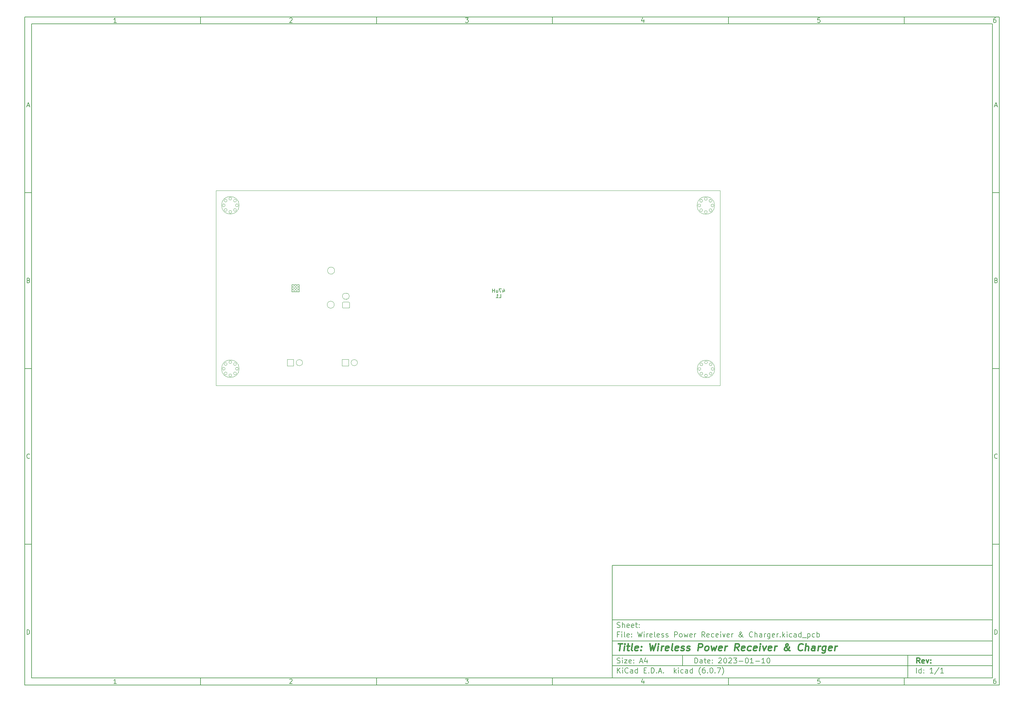
<source format=gbr>
%TF.GenerationSoftware,KiCad,Pcbnew,(6.0.7)*%
%TF.CreationDate,2023-01-12T19:29:26+03:00*%
%TF.ProjectId,Wireless Power Receiver & Charger,57697265-6c65-4737-9320-506f77657220,rev?*%
%TF.SameCoordinates,Original*%
%TF.FileFunction,AssemblyDrawing,Bot*%
%FSLAX46Y46*%
G04 Gerber Fmt 4.6, Leading zero omitted, Abs format (unit mm)*
G04 Created by KiCad (PCBNEW (6.0.7)) date 2023-01-12 19:29:26*
%MOMM*%
%LPD*%
G01*
G04 APERTURE LIST*
%ADD10C,0.100000*%
%ADD11C,0.150000*%
%ADD12C,0.300000*%
%ADD13C,0.400000*%
%TA.AperFunction,Profile*%
%ADD14C,0.100000*%
%TD*%
%ADD15C,0.100000*%
%TD*%
G04 APERTURE END LIST*
D10*
D11*
X177002200Y-166007200D02*
X177002200Y-198007200D01*
X285002200Y-198007200D01*
X285002200Y-166007200D01*
X177002200Y-166007200D01*
D10*
D11*
X10000000Y-10000000D02*
X10000000Y-200007200D01*
X287002200Y-200007200D01*
X287002200Y-10000000D01*
X10000000Y-10000000D01*
D10*
D11*
X12000000Y-12000000D02*
X12000000Y-198007200D01*
X285002200Y-198007200D01*
X285002200Y-12000000D01*
X12000000Y-12000000D01*
D10*
D11*
X60000000Y-12000000D02*
X60000000Y-10000000D01*
D10*
D11*
X110000000Y-12000000D02*
X110000000Y-10000000D01*
D10*
D11*
X160000000Y-12000000D02*
X160000000Y-10000000D01*
D10*
D11*
X210000000Y-12000000D02*
X210000000Y-10000000D01*
D10*
D11*
X260000000Y-12000000D02*
X260000000Y-10000000D01*
D10*
D11*
X36065476Y-11588095D02*
X35322619Y-11588095D01*
X35694047Y-11588095D02*
X35694047Y-10288095D01*
X35570238Y-10473809D01*
X35446428Y-10597619D01*
X35322619Y-10659523D01*
D10*
D11*
X85322619Y-10411904D02*
X85384523Y-10350000D01*
X85508333Y-10288095D01*
X85817857Y-10288095D01*
X85941666Y-10350000D01*
X86003571Y-10411904D01*
X86065476Y-10535714D01*
X86065476Y-10659523D01*
X86003571Y-10845238D01*
X85260714Y-11588095D01*
X86065476Y-11588095D01*
D10*
D11*
X135260714Y-10288095D02*
X136065476Y-10288095D01*
X135632142Y-10783333D01*
X135817857Y-10783333D01*
X135941666Y-10845238D01*
X136003571Y-10907142D01*
X136065476Y-11030952D01*
X136065476Y-11340476D01*
X136003571Y-11464285D01*
X135941666Y-11526190D01*
X135817857Y-11588095D01*
X135446428Y-11588095D01*
X135322619Y-11526190D01*
X135260714Y-11464285D01*
D10*
D11*
X185941666Y-10721428D02*
X185941666Y-11588095D01*
X185632142Y-10226190D02*
X185322619Y-11154761D01*
X186127380Y-11154761D01*
D10*
D11*
X236003571Y-10288095D02*
X235384523Y-10288095D01*
X235322619Y-10907142D01*
X235384523Y-10845238D01*
X235508333Y-10783333D01*
X235817857Y-10783333D01*
X235941666Y-10845238D01*
X236003571Y-10907142D01*
X236065476Y-11030952D01*
X236065476Y-11340476D01*
X236003571Y-11464285D01*
X235941666Y-11526190D01*
X235817857Y-11588095D01*
X235508333Y-11588095D01*
X235384523Y-11526190D01*
X235322619Y-11464285D01*
D10*
D11*
X285941666Y-10288095D02*
X285694047Y-10288095D01*
X285570238Y-10350000D01*
X285508333Y-10411904D01*
X285384523Y-10597619D01*
X285322619Y-10845238D01*
X285322619Y-11340476D01*
X285384523Y-11464285D01*
X285446428Y-11526190D01*
X285570238Y-11588095D01*
X285817857Y-11588095D01*
X285941666Y-11526190D01*
X286003571Y-11464285D01*
X286065476Y-11340476D01*
X286065476Y-11030952D01*
X286003571Y-10907142D01*
X285941666Y-10845238D01*
X285817857Y-10783333D01*
X285570238Y-10783333D01*
X285446428Y-10845238D01*
X285384523Y-10907142D01*
X285322619Y-11030952D01*
D10*
D11*
X60000000Y-198007200D02*
X60000000Y-200007200D01*
D10*
D11*
X110000000Y-198007200D02*
X110000000Y-200007200D01*
D10*
D11*
X160000000Y-198007200D02*
X160000000Y-200007200D01*
D10*
D11*
X210000000Y-198007200D02*
X210000000Y-200007200D01*
D10*
D11*
X260000000Y-198007200D02*
X260000000Y-200007200D01*
D10*
D11*
X36065476Y-199595295D02*
X35322619Y-199595295D01*
X35694047Y-199595295D02*
X35694047Y-198295295D01*
X35570238Y-198481009D01*
X35446428Y-198604819D01*
X35322619Y-198666723D01*
D10*
D11*
X85322619Y-198419104D02*
X85384523Y-198357200D01*
X85508333Y-198295295D01*
X85817857Y-198295295D01*
X85941666Y-198357200D01*
X86003571Y-198419104D01*
X86065476Y-198542914D01*
X86065476Y-198666723D01*
X86003571Y-198852438D01*
X85260714Y-199595295D01*
X86065476Y-199595295D01*
D10*
D11*
X135260714Y-198295295D02*
X136065476Y-198295295D01*
X135632142Y-198790533D01*
X135817857Y-198790533D01*
X135941666Y-198852438D01*
X136003571Y-198914342D01*
X136065476Y-199038152D01*
X136065476Y-199347676D01*
X136003571Y-199471485D01*
X135941666Y-199533390D01*
X135817857Y-199595295D01*
X135446428Y-199595295D01*
X135322619Y-199533390D01*
X135260714Y-199471485D01*
D10*
D11*
X185941666Y-198728628D02*
X185941666Y-199595295D01*
X185632142Y-198233390D02*
X185322619Y-199161961D01*
X186127380Y-199161961D01*
D10*
D11*
X236003571Y-198295295D02*
X235384523Y-198295295D01*
X235322619Y-198914342D01*
X235384523Y-198852438D01*
X235508333Y-198790533D01*
X235817857Y-198790533D01*
X235941666Y-198852438D01*
X236003571Y-198914342D01*
X236065476Y-199038152D01*
X236065476Y-199347676D01*
X236003571Y-199471485D01*
X235941666Y-199533390D01*
X235817857Y-199595295D01*
X235508333Y-199595295D01*
X235384523Y-199533390D01*
X235322619Y-199471485D01*
D10*
D11*
X285941666Y-198295295D02*
X285694047Y-198295295D01*
X285570238Y-198357200D01*
X285508333Y-198419104D01*
X285384523Y-198604819D01*
X285322619Y-198852438D01*
X285322619Y-199347676D01*
X285384523Y-199471485D01*
X285446428Y-199533390D01*
X285570238Y-199595295D01*
X285817857Y-199595295D01*
X285941666Y-199533390D01*
X286003571Y-199471485D01*
X286065476Y-199347676D01*
X286065476Y-199038152D01*
X286003571Y-198914342D01*
X285941666Y-198852438D01*
X285817857Y-198790533D01*
X285570238Y-198790533D01*
X285446428Y-198852438D01*
X285384523Y-198914342D01*
X285322619Y-199038152D01*
D10*
D11*
X10000000Y-60000000D02*
X12000000Y-60000000D01*
D10*
D11*
X10000000Y-110000000D02*
X12000000Y-110000000D01*
D10*
D11*
X10000000Y-160000000D02*
X12000000Y-160000000D01*
D10*
D11*
X10690476Y-35216666D02*
X11309523Y-35216666D01*
X10566666Y-35588095D02*
X11000000Y-34288095D01*
X11433333Y-35588095D01*
D10*
D11*
X11092857Y-84907142D02*
X11278571Y-84969047D01*
X11340476Y-85030952D01*
X11402380Y-85154761D01*
X11402380Y-85340476D01*
X11340476Y-85464285D01*
X11278571Y-85526190D01*
X11154761Y-85588095D01*
X10659523Y-85588095D01*
X10659523Y-84288095D01*
X11092857Y-84288095D01*
X11216666Y-84350000D01*
X11278571Y-84411904D01*
X11340476Y-84535714D01*
X11340476Y-84659523D01*
X11278571Y-84783333D01*
X11216666Y-84845238D01*
X11092857Y-84907142D01*
X10659523Y-84907142D01*
D10*
D11*
X11402380Y-135464285D02*
X11340476Y-135526190D01*
X11154761Y-135588095D01*
X11030952Y-135588095D01*
X10845238Y-135526190D01*
X10721428Y-135402380D01*
X10659523Y-135278571D01*
X10597619Y-135030952D01*
X10597619Y-134845238D01*
X10659523Y-134597619D01*
X10721428Y-134473809D01*
X10845238Y-134350000D01*
X11030952Y-134288095D01*
X11154761Y-134288095D01*
X11340476Y-134350000D01*
X11402380Y-134411904D01*
D10*
D11*
X10659523Y-185588095D02*
X10659523Y-184288095D01*
X10969047Y-184288095D01*
X11154761Y-184350000D01*
X11278571Y-184473809D01*
X11340476Y-184597619D01*
X11402380Y-184845238D01*
X11402380Y-185030952D01*
X11340476Y-185278571D01*
X11278571Y-185402380D01*
X11154761Y-185526190D01*
X10969047Y-185588095D01*
X10659523Y-185588095D01*
D10*
D11*
X287002200Y-60000000D02*
X285002200Y-60000000D01*
D10*
D11*
X287002200Y-110000000D02*
X285002200Y-110000000D01*
D10*
D11*
X287002200Y-160000000D02*
X285002200Y-160000000D01*
D10*
D11*
X285692676Y-35216666D02*
X286311723Y-35216666D01*
X285568866Y-35588095D02*
X286002200Y-34288095D01*
X286435533Y-35588095D01*
D10*
D11*
X286095057Y-84907142D02*
X286280771Y-84969047D01*
X286342676Y-85030952D01*
X286404580Y-85154761D01*
X286404580Y-85340476D01*
X286342676Y-85464285D01*
X286280771Y-85526190D01*
X286156961Y-85588095D01*
X285661723Y-85588095D01*
X285661723Y-84288095D01*
X286095057Y-84288095D01*
X286218866Y-84350000D01*
X286280771Y-84411904D01*
X286342676Y-84535714D01*
X286342676Y-84659523D01*
X286280771Y-84783333D01*
X286218866Y-84845238D01*
X286095057Y-84907142D01*
X285661723Y-84907142D01*
D10*
D11*
X286404580Y-135464285D02*
X286342676Y-135526190D01*
X286156961Y-135588095D01*
X286033152Y-135588095D01*
X285847438Y-135526190D01*
X285723628Y-135402380D01*
X285661723Y-135278571D01*
X285599819Y-135030952D01*
X285599819Y-134845238D01*
X285661723Y-134597619D01*
X285723628Y-134473809D01*
X285847438Y-134350000D01*
X286033152Y-134288095D01*
X286156961Y-134288095D01*
X286342676Y-134350000D01*
X286404580Y-134411904D01*
D10*
D11*
X285661723Y-185588095D02*
X285661723Y-184288095D01*
X285971247Y-184288095D01*
X286156961Y-184350000D01*
X286280771Y-184473809D01*
X286342676Y-184597619D01*
X286404580Y-184845238D01*
X286404580Y-185030952D01*
X286342676Y-185278571D01*
X286280771Y-185402380D01*
X286156961Y-185526190D01*
X285971247Y-185588095D01*
X285661723Y-185588095D01*
D10*
D11*
X200434342Y-193785771D02*
X200434342Y-192285771D01*
X200791485Y-192285771D01*
X201005771Y-192357200D01*
X201148628Y-192500057D01*
X201220057Y-192642914D01*
X201291485Y-192928628D01*
X201291485Y-193142914D01*
X201220057Y-193428628D01*
X201148628Y-193571485D01*
X201005771Y-193714342D01*
X200791485Y-193785771D01*
X200434342Y-193785771D01*
X202577200Y-193785771D02*
X202577200Y-193000057D01*
X202505771Y-192857200D01*
X202362914Y-192785771D01*
X202077200Y-192785771D01*
X201934342Y-192857200D01*
X202577200Y-193714342D02*
X202434342Y-193785771D01*
X202077200Y-193785771D01*
X201934342Y-193714342D01*
X201862914Y-193571485D01*
X201862914Y-193428628D01*
X201934342Y-193285771D01*
X202077200Y-193214342D01*
X202434342Y-193214342D01*
X202577200Y-193142914D01*
X203077200Y-192785771D02*
X203648628Y-192785771D01*
X203291485Y-192285771D02*
X203291485Y-193571485D01*
X203362914Y-193714342D01*
X203505771Y-193785771D01*
X203648628Y-193785771D01*
X204720057Y-193714342D02*
X204577200Y-193785771D01*
X204291485Y-193785771D01*
X204148628Y-193714342D01*
X204077200Y-193571485D01*
X204077200Y-193000057D01*
X204148628Y-192857200D01*
X204291485Y-192785771D01*
X204577200Y-192785771D01*
X204720057Y-192857200D01*
X204791485Y-193000057D01*
X204791485Y-193142914D01*
X204077200Y-193285771D01*
X205434342Y-193642914D02*
X205505771Y-193714342D01*
X205434342Y-193785771D01*
X205362914Y-193714342D01*
X205434342Y-193642914D01*
X205434342Y-193785771D01*
X205434342Y-192857200D02*
X205505771Y-192928628D01*
X205434342Y-193000057D01*
X205362914Y-192928628D01*
X205434342Y-192857200D01*
X205434342Y-193000057D01*
X207220057Y-192428628D02*
X207291485Y-192357200D01*
X207434342Y-192285771D01*
X207791485Y-192285771D01*
X207934342Y-192357200D01*
X208005771Y-192428628D01*
X208077200Y-192571485D01*
X208077200Y-192714342D01*
X208005771Y-192928628D01*
X207148628Y-193785771D01*
X208077200Y-193785771D01*
X209005771Y-192285771D02*
X209148628Y-192285771D01*
X209291485Y-192357200D01*
X209362914Y-192428628D01*
X209434342Y-192571485D01*
X209505771Y-192857200D01*
X209505771Y-193214342D01*
X209434342Y-193500057D01*
X209362914Y-193642914D01*
X209291485Y-193714342D01*
X209148628Y-193785771D01*
X209005771Y-193785771D01*
X208862914Y-193714342D01*
X208791485Y-193642914D01*
X208720057Y-193500057D01*
X208648628Y-193214342D01*
X208648628Y-192857200D01*
X208720057Y-192571485D01*
X208791485Y-192428628D01*
X208862914Y-192357200D01*
X209005771Y-192285771D01*
X210077200Y-192428628D02*
X210148628Y-192357200D01*
X210291485Y-192285771D01*
X210648628Y-192285771D01*
X210791485Y-192357200D01*
X210862914Y-192428628D01*
X210934342Y-192571485D01*
X210934342Y-192714342D01*
X210862914Y-192928628D01*
X210005771Y-193785771D01*
X210934342Y-193785771D01*
X211434342Y-192285771D02*
X212362914Y-192285771D01*
X211862914Y-192857200D01*
X212077200Y-192857200D01*
X212220057Y-192928628D01*
X212291485Y-193000057D01*
X212362914Y-193142914D01*
X212362914Y-193500057D01*
X212291485Y-193642914D01*
X212220057Y-193714342D01*
X212077200Y-193785771D01*
X211648628Y-193785771D01*
X211505771Y-193714342D01*
X211434342Y-193642914D01*
X213005771Y-193214342D02*
X214148628Y-193214342D01*
X215148628Y-192285771D02*
X215291485Y-192285771D01*
X215434342Y-192357200D01*
X215505771Y-192428628D01*
X215577200Y-192571485D01*
X215648628Y-192857200D01*
X215648628Y-193214342D01*
X215577200Y-193500057D01*
X215505771Y-193642914D01*
X215434342Y-193714342D01*
X215291485Y-193785771D01*
X215148628Y-193785771D01*
X215005771Y-193714342D01*
X214934342Y-193642914D01*
X214862914Y-193500057D01*
X214791485Y-193214342D01*
X214791485Y-192857200D01*
X214862914Y-192571485D01*
X214934342Y-192428628D01*
X215005771Y-192357200D01*
X215148628Y-192285771D01*
X217077200Y-193785771D02*
X216220057Y-193785771D01*
X216648628Y-193785771D02*
X216648628Y-192285771D01*
X216505771Y-192500057D01*
X216362914Y-192642914D01*
X216220057Y-192714342D01*
X217720057Y-193214342D02*
X218862914Y-193214342D01*
X220362914Y-193785771D02*
X219505771Y-193785771D01*
X219934342Y-193785771D02*
X219934342Y-192285771D01*
X219791485Y-192500057D01*
X219648628Y-192642914D01*
X219505771Y-192714342D01*
X221291485Y-192285771D02*
X221434342Y-192285771D01*
X221577200Y-192357200D01*
X221648628Y-192428628D01*
X221720057Y-192571485D01*
X221791485Y-192857200D01*
X221791485Y-193214342D01*
X221720057Y-193500057D01*
X221648628Y-193642914D01*
X221577200Y-193714342D01*
X221434342Y-193785771D01*
X221291485Y-193785771D01*
X221148628Y-193714342D01*
X221077200Y-193642914D01*
X221005771Y-193500057D01*
X220934342Y-193214342D01*
X220934342Y-192857200D01*
X221005771Y-192571485D01*
X221077200Y-192428628D01*
X221148628Y-192357200D01*
X221291485Y-192285771D01*
D10*
D11*
X177002200Y-194507200D02*
X285002200Y-194507200D01*
D10*
D11*
X178434342Y-196585771D02*
X178434342Y-195085771D01*
X179291485Y-196585771D02*
X178648628Y-195728628D01*
X179291485Y-195085771D02*
X178434342Y-195942914D01*
X179934342Y-196585771D02*
X179934342Y-195585771D01*
X179934342Y-195085771D02*
X179862914Y-195157200D01*
X179934342Y-195228628D01*
X180005771Y-195157200D01*
X179934342Y-195085771D01*
X179934342Y-195228628D01*
X181505771Y-196442914D02*
X181434342Y-196514342D01*
X181220057Y-196585771D01*
X181077200Y-196585771D01*
X180862914Y-196514342D01*
X180720057Y-196371485D01*
X180648628Y-196228628D01*
X180577200Y-195942914D01*
X180577200Y-195728628D01*
X180648628Y-195442914D01*
X180720057Y-195300057D01*
X180862914Y-195157200D01*
X181077200Y-195085771D01*
X181220057Y-195085771D01*
X181434342Y-195157200D01*
X181505771Y-195228628D01*
X182791485Y-196585771D02*
X182791485Y-195800057D01*
X182720057Y-195657200D01*
X182577200Y-195585771D01*
X182291485Y-195585771D01*
X182148628Y-195657200D01*
X182791485Y-196514342D02*
X182648628Y-196585771D01*
X182291485Y-196585771D01*
X182148628Y-196514342D01*
X182077200Y-196371485D01*
X182077200Y-196228628D01*
X182148628Y-196085771D01*
X182291485Y-196014342D01*
X182648628Y-196014342D01*
X182791485Y-195942914D01*
X184148628Y-196585771D02*
X184148628Y-195085771D01*
X184148628Y-196514342D02*
X184005771Y-196585771D01*
X183720057Y-196585771D01*
X183577200Y-196514342D01*
X183505771Y-196442914D01*
X183434342Y-196300057D01*
X183434342Y-195871485D01*
X183505771Y-195728628D01*
X183577200Y-195657200D01*
X183720057Y-195585771D01*
X184005771Y-195585771D01*
X184148628Y-195657200D01*
X186005771Y-195800057D02*
X186505771Y-195800057D01*
X186720057Y-196585771D02*
X186005771Y-196585771D01*
X186005771Y-195085771D01*
X186720057Y-195085771D01*
X187362914Y-196442914D02*
X187434342Y-196514342D01*
X187362914Y-196585771D01*
X187291485Y-196514342D01*
X187362914Y-196442914D01*
X187362914Y-196585771D01*
X188077200Y-196585771D02*
X188077200Y-195085771D01*
X188434342Y-195085771D01*
X188648628Y-195157200D01*
X188791485Y-195300057D01*
X188862914Y-195442914D01*
X188934342Y-195728628D01*
X188934342Y-195942914D01*
X188862914Y-196228628D01*
X188791485Y-196371485D01*
X188648628Y-196514342D01*
X188434342Y-196585771D01*
X188077200Y-196585771D01*
X189577200Y-196442914D02*
X189648628Y-196514342D01*
X189577200Y-196585771D01*
X189505771Y-196514342D01*
X189577200Y-196442914D01*
X189577200Y-196585771D01*
X190220057Y-196157200D02*
X190934342Y-196157200D01*
X190077200Y-196585771D02*
X190577200Y-195085771D01*
X191077200Y-196585771D01*
X191577200Y-196442914D02*
X191648628Y-196514342D01*
X191577200Y-196585771D01*
X191505771Y-196514342D01*
X191577200Y-196442914D01*
X191577200Y-196585771D01*
X194577200Y-196585771D02*
X194577200Y-195085771D01*
X194720057Y-196014342D02*
X195148628Y-196585771D01*
X195148628Y-195585771D02*
X194577200Y-196157200D01*
X195791485Y-196585771D02*
X195791485Y-195585771D01*
X195791485Y-195085771D02*
X195720057Y-195157200D01*
X195791485Y-195228628D01*
X195862914Y-195157200D01*
X195791485Y-195085771D01*
X195791485Y-195228628D01*
X197148628Y-196514342D02*
X197005771Y-196585771D01*
X196720057Y-196585771D01*
X196577200Y-196514342D01*
X196505771Y-196442914D01*
X196434342Y-196300057D01*
X196434342Y-195871485D01*
X196505771Y-195728628D01*
X196577200Y-195657200D01*
X196720057Y-195585771D01*
X197005771Y-195585771D01*
X197148628Y-195657200D01*
X198434342Y-196585771D02*
X198434342Y-195800057D01*
X198362914Y-195657200D01*
X198220057Y-195585771D01*
X197934342Y-195585771D01*
X197791485Y-195657200D01*
X198434342Y-196514342D02*
X198291485Y-196585771D01*
X197934342Y-196585771D01*
X197791485Y-196514342D01*
X197720057Y-196371485D01*
X197720057Y-196228628D01*
X197791485Y-196085771D01*
X197934342Y-196014342D01*
X198291485Y-196014342D01*
X198434342Y-195942914D01*
X199791485Y-196585771D02*
X199791485Y-195085771D01*
X199791485Y-196514342D02*
X199648628Y-196585771D01*
X199362914Y-196585771D01*
X199220057Y-196514342D01*
X199148628Y-196442914D01*
X199077200Y-196300057D01*
X199077200Y-195871485D01*
X199148628Y-195728628D01*
X199220057Y-195657200D01*
X199362914Y-195585771D01*
X199648628Y-195585771D01*
X199791485Y-195657200D01*
X202077200Y-197157200D02*
X202005771Y-197085771D01*
X201862914Y-196871485D01*
X201791485Y-196728628D01*
X201720057Y-196514342D01*
X201648628Y-196157200D01*
X201648628Y-195871485D01*
X201720057Y-195514342D01*
X201791485Y-195300057D01*
X201862914Y-195157200D01*
X202005771Y-194942914D01*
X202077200Y-194871485D01*
X203291485Y-195085771D02*
X203005771Y-195085771D01*
X202862914Y-195157200D01*
X202791485Y-195228628D01*
X202648628Y-195442914D01*
X202577200Y-195728628D01*
X202577200Y-196300057D01*
X202648628Y-196442914D01*
X202720057Y-196514342D01*
X202862914Y-196585771D01*
X203148628Y-196585771D01*
X203291485Y-196514342D01*
X203362914Y-196442914D01*
X203434342Y-196300057D01*
X203434342Y-195942914D01*
X203362914Y-195800057D01*
X203291485Y-195728628D01*
X203148628Y-195657200D01*
X202862914Y-195657200D01*
X202720057Y-195728628D01*
X202648628Y-195800057D01*
X202577200Y-195942914D01*
X204077200Y-196442914D02*
X204148628Y-196514342D01*
X204077200Y-196585771D01*
X204005771Y-196514342D01*
X204077200Y-196442914D01*
X204077200Y-196585771D01*
X205077200Y-195085771D02*
X205220057Y-195085771D01*
X205362914Y-195157200D01*
X205434342Y-195228628D01*
X205505771Y-195371485D01*
X205577200Y-195657200D01*
X205577200Y-196014342D01*
X205505771Y-196300057D01*
X205434342Y-196442914D01*
X205362914Y-196514342D01*
X205220057Y-196585771D01*
X205077200Y-196585771D01*
X204934342Y-196514342D01*
X204862914Y-196442914D01*
X204791485Y-196300057D01*
X204720057Y-196014342D01*
X204720057Y-195657200D01*
X204791485Y-195371485D01*
X204862914Y-195228628D01*
X204934342Y-195157200D01*
X205077200Y-195085771D01*
X206220057Y-196442914D02*
X206291485Y-196514342D01*
X206220057Y-196585771D01*
X206148628Y-196514342D01*
X206220057Y-196442914D01*
X206220057Y-196585771D01*
X206791485Y-195085771D02*
X207791485Y-195085771D01*
X207148628Y-196585771D01*
X208220057Y-197157200D02*
X208291485Y-197085771D01*
X208434342Y-196871485D01*
X208505771Y-196728628D01*
X208577200Y-196514342D01*
X208648628Y-196157200D01*
X208648628Y-195871485D01*
X208577200Y-195514342D01*
X208505771Y-195300057D01*
X208434342Y-195157200D01*
X208291485Y-194942914D01*
X208220057Y-194871485D01*
D10*
D11*
X177002200Y-191507200D02*
X285002200Y-191507200D01*
D10*
D12*
X264411485Y-193785771D02*
X263911485Y-193071485D01*
X263554342Y-193785771D02*
X263554342Y-192285771D01*
X264125771Y-192285771D01*
X264268628Y-192357200D01*
X264340057Y-192428628D01*
X264411485Y-192571485D01*
X264411485Y-192785771D01*
X264340057Y-192928628D01*
X264268628Y-193000057D01*
X264125771Y-193071485D01*
X263554342Y-193071485D01*
X265625771Y-193714342D02*
X265482914Y-193785771D01*
X265197200Y-193785771D01*
X265054342Y-193714342D01*
X264982914Y-193571485D01*
X264982914Y-193000057D01*
X265054342Y-192857200D01*
X265197200Y-192785771D01*
X265482914Y-192785771D01*
X265625771Y-192857200D01*
X265697200Y-193000057D01*
X265697200Y-193142914D01*
X264982914Y-193285771D01*
X266197200Y-192785771D02*
X266554342Y-193785771D01*
X266911485Y-192785771D01*
X267482914Y-193642914D02*
X267554342Y-193714342D01*
X267482914Y-193785771D01*
X267411485Y-193714342D01*
X267482914Y-193642914D01*
X267482914Y-193785771D01*
X267482914Y-192857200D02*
X267554342Y-192928628D01*
X267482914Y-193000057D01*
X267411485Y-192928628D01*
X267482914Y-192857200D01*
X267482914Y-193000057D01*
D10*
D11*
X178362914Y-193714342D02*
X178577200Y-193785771D01*
X178934342Y-193785771D01*
X179077200Y-193714342D01*
X179148628Y-193642914D01*
X179220057Y-193500057D01*
X179220057Y-193357200D01*
X179148628Y-193214342D01*
X179077200Y-193142914D01*
X178934342Y-193071485D01*
X178648628Y-193000057D01*
X178505771Y-192928628D01*
X178434342Y-192857200D01*
X178362914Y-192714342D01*
X178362914Y-192571485D01*
X178434342Y-192428628D01*
X178505771Y-192357200D01*
X178648628Y-192285771D01*
X179005771Y-192285771D01*
X179220057Y-192357200D01*
X179862914Y-193785771D02*
X179862914Y-192785771D01*
X179862914Y-192285771D02*
X179791485Y-192357200D01*
X179862914Y-192428628D01*
X179934342Y-192357200D01*
X179862914Y-192285771D01*
X179862914Y-192428628D01*
X180434342Y-192785771D02*
X181220057Y-192785771D01*
X180434342Y-193785771D01*
X181220057Y-193785771D01*
X182362914Y-193714342D02*
X182220057Y-193785771D01*
X181934342Y-193785771D01*
X181791485Y-193714342D01*
X181720057Y-193571485D01*
X181720057Y-193000057D01*
X181791485Y-192857200D01*
X181934342Y-192785771D01*
X182220057Y-192785771D01*
X182362914Y-192857200D01*
X182434342Y-193000057D01*
X182434342Y-193142914D01*
X181720057Y-193285771D01*
X183077200Y-193642914D02*
X183148628Y-193714342D01*
X183077200Y-193785771D01*
X183005771Y-193714342D01*
X183077200Y-193642914D01*
X183077200Y-193785771D01*
X183077200Y-192857200D02*
X183148628Y-192928628D01*
X183077200Y-193000057D01*
X183005771Y-192928628D01*
X183077200Y-192857200D01*
X183077200Y-193000057D01*
X184862914Y-193357200D02*
X185577200Y-193357200D01*
X184720057Y-193785771D02*
X185220057Y-192285771D01*
X185720057Y-193785771D01*
X186862914Y-192785771D02*
X186862914Y-193785771D01*
X186505771Y-192214342D02*
X186148628Y-193285771D01*
X187077200Y-193285771D01*
D10*
D11*
X263434342Y-196585771D02*
X263434342Y-195085771D01*
X264791485Y-196585771D02*
X264791485Y-195085771D01*
X264791485Y-196514342D02*
X264648628Y-196585771D01*
X264362914Y-196585771D01*
X264220057Y-196514342D01*
X264148628Y-196442914D01*
X264077200Y-196300057D01*
X264077200Y-195871485D01*
X264148628Y-195728628D01*
X264220057Y-195657200D01*
X264362914Y-195585771D01*
X264648628Y-195585771D01*
X264791485Y-195657200D01*
X265505771Y-196442914D02*
X265577200Y-196514342D01*
X265505771Y-196585771D01*
X265434342Y-196514342D01*
X265505771Y-196442914D01*
X265505771Y-196585771D01*
X265505771Y-195657200D02*
X265577200Y-195728628D01*
X265505771Y-195800057D01*
X265434342Y-195728628D01*
X265505771Y-195657200D01*
X265505771Y-195800057D01*
X268148628Y-196585771D02*
X267291485Y-196585771D01*
X267720057Y-196585771D02*
X267720057Y-195085771D01*
X267577200Y-195300057D01*
X267434342Y-195442914D01*
X267291485Y-195514342D01*
X269862914Y-195014342D02*
X268577200Y-196942914D01*
X271148628Y-196585771D02*
X270291485Y-196585771D01*
X270720057Y-196585771D02*
X270720057Y-195085771D01*
X270577200Y-195300057D01*
X270434342Y-195442914D01*
X270291485Y-195514342D01*
D10*
D11*
X177002200Y-187507200D02*
X285002200Y-187507200D01*
D10*
D13*
X178714580Y-188211961D02*
X179857438Y-188211961D01*
X179036009Y-190211961D02*
X179286009Y-188211961D01*
X180274104Y-190211961D02*
X180440771Y-188878628D01*
X180524104Y-188211961D02*
X180416961Y-188307200D01*
X180500295Y-188402438D01*
X180607438Y-188307200D01*
X180524104Y-188211961D01*
X180500295Y-188402438D01*
X181107438Y-188878628D02*
X181869342Y-188878628D01*
X181476485Y-188211961D02*
X181262200Y-189926247D01*
X181333628Y-190116723D01*
X181512200Y-190211961D01*
X181702676Y-190211961D01*
X182655057Y-190211961D02*
X182476485Y-190116723D01*
X182405057Y-189926247D01*
X182619342Y-188211961D01*
X184190771Y-190116723D02*
X183988390Y-190211961D01*
X183607438Y-190211961D01*
X183428866Y-190116723D01*
X183357438Y-189926247D01*
X183452676Y-189164342D01*
X183571723Y-188973866D01*
X183774104Y-188878628D01*
X184155057Y-188878628D01*
X184333628Y-188973866D01*
X184405057Y-189164342D01*
X184381247Y-189354819D01*
X183405057Y-189545295D01*
X185155057Y-190021485D02*
X185238390Y-190116723D01*
X185131247Y-190211961D01*
X185047914Y-190116723D01*
X185155057Y-190021485D01*
X185131247Y-190211961D01*
X185286009Y-188973866D02*
X185369342Y-189069104D01*
X185262200Y-189164342D01*
X185178866Y-189069104D01*
X185286009Y-188973866D01*
X185262200Y-189164342D01*
X187666961Y-188211961D02*
X187893152Y-190211961D01*
X188452676Y-188783390D01*
X188655057Y-190211961D01*
X189381247Y-188211961D01*
X189893152Y-190211961D02*
X190059819Y-188878628D01*
X190143152Y-188211961D02*
X190036009Y-188307200D01*
X190119342Y-188402438D01*
X190226485Y-188307200D01*
X190143152Y-188211961D01*
X190119342Y-188402438D01*
X190845533Y-190211961D02*
X191012200Y-188878628D01*
X190964580Y-189259580D02*
X191083628Y-189069104D01*
X191190771Y-188973866D01*
X191393152Y-188878628D01*
X191583628Y-188878628D01*
X192857438Y-190116723D02*
X192655057Y-190211961D01*
X192274104Y-190211961D01*
X192095533Y-190116723D01*
X192024104Y-189926247D01*
X192119342Y-189164342D01*
X192238390Y-188973866D01*
X192440771Y-188878628D01*
X192821723Y-188878628D01*
X193000295Y-188973866D01*
X193071723Y-189164342D01*
X193047914Y-189354819D01*
X192071723Y-189545295D01*
X194083628Y-190211961D02*
X193905057Y-190116723D01*
X193833628Y-189926247D01*
X194047914Y-188211961D01*
X195619342Y-190116723D02*
X195416961Y-190211961D01*
X195036009Y-190211961D01*
X194857438Y-190116723D01*
X194786009Y-189926247D01*
X194881247Y-189164342D01*
X195000295Y-188973866D01*
X195202676Y-188878628D01*
X195583628Y-188878628D01*
X195762200Y-188973866D01*
X195833628Y-189164342D01*
X195809819Y-189354819D01*
X194833628Y-189545295D01*
X196476485Y-190116723D02*
X196655057Y-190211961D01*
X197036009Y-190211961D01*
X197238390Y-190116723D01*
X197357438Y-189926247D01*
X197369342Y-189831009D01*
X197297914Y-189640533D01*
X197119342Y-189545295D01*
X196833628Y-189545295D01*
X196655057Y-189450057D01*
X196583628Y-189259580D01*
X196595533Y-189164342D01*
X196714580Y-188973866D01*
X196916961Y-188878628D01*
X197202676Y-188878628D01*
X197381247Y-188973866D01*
X198095533Y-190116723D02*
X198274104Y-190211961D01*
X198655057Y-190211961D01*
X198857438Y-190116723D01*
X198976485Y-189926247D01*
X198988390Y-189831009D01*
X198916961Y-189640533D01*
X198738390Y-189545295D01*
X198452676Y-189545295D01*
X198274104Y-189450057D01*
X198202676Y-189259580D01*
X198214580Y-189164342D01*
X198333628Y-188973866D01*
X198536009Y-188878628D01*
X198821723Y-188878628D01*
X199000295Y-188973866D01*
X201321723Y-190211961D02*
X201571723Y-188211961D01*
X202333628Y-188211961D01*
X202512200Y-188307200D01*
X202595533Y-188402438D01*
X202666961Y-188592914D01*
X202631247Y-188878628D01*
X202512200Y-189069104D01*
X202405057Y-189164342D01*
X202202676Y-189259580D01*
X201440771Y-189259580D01*
X203607438Y-190211961D02*
X203428866Y-190116723D01*
X203345533Y-190021485D01*
X203274104Y-189831009D01*
X203345533Y-189259580D01*
X203464580Y-189069104D01*
X203571723Y-188973866D01*
X203774104Y-188878628D01*
X204059819Y-188878628D01*
X204238390Y-188973866D01*
X204321723Y-189069104D01*
X204393152Y-189259580D01*
X204321723Y-189831009D01*
X204202676Y-190021485D01*
X204095533Y-190116723D01*
X203893152Y-190211961D01*
X203607438Y-190211961D01*
X205107438Y-188878628D02*
X205321723Y-190211961D01*
X205821723Y-189259580D01*
X206083628Y-190211961D01*
X206631247Y-188878628D01*
X208000295Y-190116723D02*
X207797914Y-190211961D01*
X207416961Y-190211961D01*
X207238390Y-190116723D01*
X207166961Y-189926247D01*
X207262200Y-189164342D01*
X207381247Y-188973866D01*
X207583628Y-188878628D01*
X207964580Y-188878628D01*
X208143152Y-188973866D01*
X208214580Y-189164342D01*
X208190771Y-189354819D01*
X207214580Y-189545295D01*
X208940771Y-190211961D02*
X209107438Y-188878628D01*
X209059819Y-189259580D02*
X209178866Y-189069104D01*
X209286009Y-188973866D01*
X209488390Y-188878628D01*
X209678866Y-188878628D01*
X212845533Y-190211961D02*
X212297914Y-189259580D01*
X211702676Y-190211961D02*
X211952676Y-188211961D01*
X212714580Y-188211961D01*
X212893152Y-188307200D01*
X212976485Y-188402438D01*
X213047914Y-188592914D01*
X213012200Y-188878628D01*
X212893152Y-189069104D01*
X212786009Y-189164342D01*
X212583628Y-189259580D01*
X211821723Y-189259580D01*
X214476485Y-190116723D02*
X214274104Y-190211961D01*
X213893152Y-190211961D01*
X213714580Y-190116723D01*
X213643152Y-189926247D01*
X213738390Y-189164342D01*
X213857438Y-188973866D01*
X214059819Y-188878628D01*
X214440771Y-188878628D01*
X214619342Y-188973866D01*
X214690771Y-189164342D01*
X214666961Y-189354819D01*
X213690771Y-189545295D01*
X216286009Y-190116723D02*
X216083628Y-190211961D01*
X215702676Y-190211961D01*
X215524104Y-190116723D01*
X215440771Y-190021485D01*
X215369342Y-189831009D01*
X215440771Y-189259580D01*
X215559819Y-189069104D01*
X215666961Y-188973866D01*
X215869342Y-188878628D01*
X216250295Y-188878628D01*
X216428866Y-188973866D01*
X217905057Y-190116723D02*
X217702676Y-190211961D01*
X217321723Y-190211961D01*
X217143152Y-190116723D01*
X217071723Y-189926247D01*
X217166961Y-189164342D01*
X217286009Y-188973866D01*
X217488390Y-188878628D01*
X217869342Y-188878628D01*
X218047914Y-188973866D01*
X218119342Y-189164342D01*
X218095533Y-189354819D01*
X217119342Y-189545295D01*
X218845533Y-190211961D02*
X219012200Y-188878628D01*
X219095533Y-188211961D02*
X218988390Y-188307200D01*
X219071723Y-188402438D01*
X219178866Y-188307200D01*
X219095533Y-188211961D01*
X219071723Y-188402438D01*
X219774104Y-188878628D02*
X220083628Y-190211961D01*
X220726485Y-188878628D01*
X222095533Y-190116723D02*
X221893152Y-190211961D01*
X221512200Y-190211961D01*
X221333628Y-190116723D01*
X221262200Y-189926247D01*
X221357438Y-189164342D01*
X221476485Y-188973866D01*
X221678866Y-188878628D01*
X222059819Y-188878628D01*
X222238390Y-188973866D01*
X222309819Y-189164342D01*
X222286009Y-189354819D01*
X221309819Y-189545295D01*
X223036009Y-190211961D02*
X223202676Y-188878628D01*
X223155057Y-189259580D02*
X223274104Y-189069104D01*
X223381247Y-188973866D01*
X223583628Y-188878628D01*
X223774104Y-188878628D01*
X227416961Y-190211961D02*
X227321723Y-190211961D01*
X227143152Y-190116723D01*
X226893152Y-189831009D01*
X226488390Y-189259580D01*
X226333628Y-188973866D01*
X226274104Y-188688152D01*
X226297914Y-188497676D01*
X226416961Y-188307200D01*
X226619342Y-188211961D01*
X226714580Y-188211961D01*
X226893152Y-188307200D01*
X226964580Y-188497676D01*
X226952676Y-188592914D01*
X226833628Y-188783390D01*
X226726485Y-188878628D01*
X226107438Y-189259580D01*
X226000295Y-189354819D01*
X225881247Y-189545295D01*
X225845533Y-189831009D01*
X225916961Y-190021485D01*
X226000295Y-190116723D01*
X226178866Y-190211961D01*
X226464580Y-190211961D01*
X226666961Y-190116723D01*
X226774104Y-190021485D01*
X227107438Y-189640533D01*
X227238390Y-189354819D01*
X227262200Y-189164342D01*
X230964580Y-190021485D02*
X230857438Y-190116723D01*
X230559819Y-190211961D01*
X230369342Y-190211961D01*
X230095533Y-190116723D01*
X229928866Y-189926247D01*
X229857438Y-189735771D01*
X229809819Y-189354819D01*
X229845533Y-189069104D01*
X229988390Y-188688152D01*
X230107438Y-188497676D01*
X230321723Y-188307200D01*
X230619342Y-188211961D01*
X230809819Y-188211961D01*
X231083628Y-188307200D01*
X231166961Y-188402438D01*
X231797914Y-190211961D02*
X232047914Y-188211961D01*
X232655057Y-190211961D02*
X232786009Y-189164342D01*
X232714580Y-188973866D01*
X232536009Y-188878628D01*
X232250295Y-188878628D01*
X232047914Y-188973866D01*
X231940771Y-189069104D01*
X234464580Y-190211961D02*
X234595533Y-189164342D01*
X234524104Y-188973866D01*
X234345533Y-188878628D01*
X233964580Y-188878628D01*
X233762200Y-188973866D01*
X234476485Y-190116723D02*
X234274104Y-190211961D01*
X233797914Y-190211961D01*
X233619342Y-190116723D01*
X233547914Y-189926247D01*
X233571723Y-189735771D01*
X233690771Y-189545295D01*
X233893152Y-189450057D01*
X234369342Y-189450057D01*
X234571723Y-189354819D01*
X235416961Y-190211961D02*
X235583628Y-188878628D01*
X235536009Y-189259580D02*
X235655057Y-189069104D01*
X235762200Y-188973866D01*
X235964580Y-188878628D01*
X236155057Y-188878628D01*
X237678866Y-188878628D02*
X237476485Y-190497676D01*
X237357438Y-190688152D01*
X237250295Y-190783390D01*
X237047914Y-190878628D01*
X236762200Y-190878628D01*
X236583628Y-190783390D01*
X237524104Y-190116723D02*
X237321723Y-190211961D01*
X236940771Y-190211961D01*
X236762200Y-190116723D01*
X236678866Y-190021485D01*
X236607438Y-189831009D01*
X236678866Y-189259580D01*
X236797914Y-189069104D01*
X236905057Y-188973866D01*
X237107438Y-188878628D01*
X237488390Y-188878628D01*
X237666961Y-188973866D01*
X239238390Y-190116723D02*
X239036009Y-190211961D01*
X238655057Y-190211961D01*
X238476485Y-190116723D01*
X238405057Y-189926247D01*
X238500295Y-189164342D01*
X238619342Y-188973866D01*
X238821723Y-188878628D01*
X239202676Y-188878628D01*
X239381247Y-188973866D01*
X239452676Y-189164342D01*
X239428866Y-189354819D01*
X238452676Y-189545295D01*
X240178866Y-190211961D02*
X240345533Y-188878628D01*
X240297914Y-189259580D02*
X240416961Y-189069104D01*
X240524104Y-188973866D01*
X240726485Y-188878628D01*
X240916961Y-188878628D01*
D10*
D11*
X178934342Y-185600057D02*
X178434342Y-185600057D01*
X178434342Y-186385771D02*
X178434342Y-184885771D01*
X179148628Y-184885771D01*
X179720057Y-186385771D02*
X179720057Y-185385771D01*
X179720057Y-184885771D02*
X179648628Y-184957200D01*
X179720057Y-185028628D01*
X179791485Y-184957200D01*
X179720057Y-184885771D01*
X179720057Y-185028628D01*
X180648628Y-186385771D02*
X180505771Y-186314342D01*
X180434342Y-186171485D01*
X180434342Y-184885771D01*
X181791485Y-186314342D02*
X181648628Y-186385771D01*
X181362914Y-186385771D01*
X181220057Y-186314342D01*
X181148628Y-186171485D01*
X181148628Y-185600057D01*
X181220057Y-185457200D01*
X181362914Y-185385771D01*
X181648628Y-185385771D01*
X181791485Y-185457200D01*
X181862914Y-185600057D01*
X181862914Y-185742914D01*
X181148628Y-185885771D01*
X182505771Y-186242914D02*
X182577200Y-186314342D01*
X182505771Y-186385771D01*
X182434342Y-186314342D01*
X182505771Y-186242914D01*
X182505771Y-186385771D01*
X182505771Y-185457200D02*
X182577200Y-185528628D01*
X182505771Y-185600057D01*
X182434342Y-185528628D01*
X182505771Y-185457200D01*
X182505771Y-185600057D01*
X184220057Y-184885771D02*
X184577200Y-186385771D01*
X184862914Y-185314342D01*
X185148628Y-186385771D01*
X185505771Y-184885771D01*
X186077200Y-186385771D02*
X186077200Y-185385771D01*
X186077200Y-184885771D02*
X186005771Y-184957200D01*
X186077200Y-185028628D01*
X186148628Y-184957200D01*
X186077200Y-184885771D01*
X186077200Y-185028628D01*
X186791485Y-186385771D02*
X186791485Y-185385771D01*
X186791485Y-185671485D02*
X186862914Y-185528628D01*
X186934342Y-185457200D01*
X187077200Y-185385771D01*
X187220057Y-185385771D01*
X188291485Y-186314342D02*
X188148628Y-186385771D01*
X187862914Y-186385771D01*
X187720057Y-186314342D01*
X187648628Y-186171485D01*
X187648628Y-185600057D01*
X187720057Y-185457200D01*
X187862914Y-185385771D01*
X188148628Y-185385771D01*
X188291485Y-185457200D01*
X188362914Y-185600057D01*
X188362914Y-185742914D01*
X187648628Y-185885771D01*
X189220057Y-186385771D02*
X189077200Y-186314342D01*
X189005771Y-186171485D01*
X189005771Y-184885771D01*
X190362914Y-186314342D02*
X190220057Y-186385771D01*
X189934342Y-186385771D01*
X189791485Y-186314342D01*
X189720057Y-186171485D01*
X189720057Y-185600057D01*
X189791485Y-185457200D01*
X189934342Y-185385771D01*
X190220057Y-185385771D01*
X190362914Y-185457200D01*
X190434342Y-185600057D01*
X190434342Y-185742914D01*
X189720057Y-185885771D01*
X191005771Y-186314342D02*
X191148628Y-186385771D01*
X191434342Y-186385771D01*
X191577200Y-186314342D01*
X191648628Y-186171485D01*
X191648628Y-186100057D01*
X191577200Y-185957200D01*
X191434342Y-185885771D01*
X191220057Y-185885771D01*
X191077200Y-185814342D01*
X191005771Y-185671485D01*
X191005771Y-185600057D01*
X191077200Y-185457200D01*
X191220057Y-185385771D01*
X191434342Y-185385771D01*
X191577200Y-185457200D01*
X192220057Y-186314342D02*
X192362914Y-186385771D01*
X192648628Y-186385771D01*
X192791485Y-186314342D01*
X192862914Y-186171485D01*
X192862914Y-186100057D01*
X192791485Y-185957200D01*
X192648628Y-185885771D01*
X192434342Y-185885771D01*
X192291485Y-185814342D01*
X192220057Y-185671485D01*
X192220057Y-185600057D01*
X192291485Y-185457200D01*
X192434342Y-185385771D01*
X192648628Y-185385771D01*
X192791485Y-185457200D01*
X194648628Y-186385771D02*
X194648628Y-184885771D01*
X195220057Y-184885771D01*
X195362914Y-184957200D01*
X195434342Y-185028628D01*
X195505771Y-185171485D01*
X195505771Y-185385771D01*
X195434342Y-185528628D01*
X195362914Y-185600057D01*
X195220057Y-185671485D01*
X194648628Y-185671485D01*
X196362914Y-186385771D02*
X196220057Y-186314342D01*
X196148628Y-186242914D01*
X196077200Y-186100057D01*
X196077200Y-185671485D01*
X196148628Y-185528628D01*
X196220057Y-185457200D01*
X196362914Y-185385771D01*
X196577200Y-185385771D01*
X196720057Y-185457200D01*
X196791485Y-185528628D01*
X196862914Y-185671485D01*
X196862914Y-186100057D01*
X196791485Y-186242914D01*
X196720057Y-186314342D01*
X196577200Y-186385771D01*
X196362914Y-186385771D01*
X197362914Y-185385771D02*
X197648628Y-186385771D01*
X197934342Y-185671485D01*
X198220057Y-186385771D01*
X198505771Y-185385771D01*
X199648628Y-186314342D02*
X199505771Y-186385771D01*
X199220057Y-186385771D01*
X199077200Y-186314342D01*
X199005771Y-186171485D01*
X199005771Y-185600057D01*
X199077200Y-185457200D01*
X199220057Y-185385771D01*
X199505771Y-185385771D01*
X199648628Y-185457200D01*
X199720057Y-185600057D01*
X199720057Y-185742914D01*
X199005771Y-185885771D01*
X200362914Y-186385771D02*
X200362914Y-185385771D01*
X200362914Y-185671485D02*
X200434342Y-185528628D01*
X200505771Y-185457200D01*
X200648628Y-185385771D01*
X200791485Y-185385771D01*
X203291485Y-186385771D02*
X202791485Y-185671485D01*
X202434342Y-186385771D02*
X202434342Y-184885771D01*
X203005771Y-184885771D01*
X203148628Y-184957200D01*
X203220057Y-185028628D01*
X203291485Y-185171485D01*
X203291485Y-185385771D01*
X203220057Y-185528628D01*
X203148628Y-185600057D01*
X203005771Y-185671485D01*
X202434342Y-185671485D01*
X204505771Y-186314342D02*
X204362914Y-186385771D01*
X204077200Y-186385771D01*
X203934342Y-186314342D01*
X203862914Y-186171485D01*
X203862914Y-185600057D01*
X203934342Y-185457200D01*
X204077200Y-185385771D01*
X204362914Y-185385771D01*
X204505771Y-185457200D01*
X204577200Y-185600057D01*
X204577200Y-185742914D01*
X203862914Y-185885771D01*
X205862914Y-186314342D02*
X205720057Y-186385771D01*
X205434342Y-186385771D01*
X205291485Y-186314342D01*
X205220057Y-186242914D01*
X205148628Y-186100057D01*
X205148628Y-185671485D01*
X205220057Y-185528628D01*
X205291485Y-185457200D01*
X205434342Y-185385771D01*
X205720057Y-185385771D01*
X205862914Y-185457200D01*
X207077200Y-186314342D02*
X206934342Y-186385771D01*
X206648628Y-186385771D01*
X206505771Y-186314342D01*
X206434342Y-186171485D01*
X206434342Y-185600057D01*
X206505771Y-185457200D01*
X206648628Y-185385771D01*
X206934342Y-185385771D01*
X207077200Y-185457200D01*
X207148628Y-185600057D01*
X207148628Y-185742914D01*
X206434342Y-185885771D01*
X207791485Y-186385771D02*
X207791485Y-185385771D01*
X207791485Y-184885771D02*
X207720057Y-184957200D01*
X207791485Y-185028628D01*
X207862914Y-184957200D01*
X207791485Y-184885771D01*
X207791485Y-185028628D01*
X208362914Y-185385771D02*
X208720057Y-186385771D01*
X209077200Y-185385771D01*
X210220057Y-186314342D02*
X210077200Y-186385771D01*
X209791485Y-186385771D01*
X209648628Y-186314342D01*
X209577200Y-186171485D01*
X209577200Y-185600057D01*
X209648628Y-185457200D01*
X209791485Y-185385771D01*
X210077200Y-185385771D01*
X210220057Y-185457200D01*
X210291485Y-185600057D01*
X210291485Y-185742914D01*
X209577200Y-185885771D01*
X210934342Y-186385771D02*
X210934342Y-185385771D01*
X210934342Y-185671485D02*
X211005771Y-185528628D01*
X211077200Y-185457200D01*
X211220057Y-185385771D01*
X211362914Y-185385771D01*
X214220057Y-186385771D02*
X214148628Y-186385771D01*
X214005771Y-186314342D01*
X213791485Y-186100057D01*
X213434342Y-185671485D01*
X213291485Y-185457200D01*
X213220057Y-185242914D01*
X213220057Y-185100057D01*
X213291485Y-184957200D01*
X213434342Y-184885771D01*
X213505771Y-184885771D01*
X213648628Y-184957200D01*
X213720057Y-185100057D01*
X213720057Y-185171485D01*
X213648628Y-185314342D01*
X213577200Y-185385771D01*
X213148628Y-185671485D01*
X213077200Y-185742914D01*
X213005771Y-185885771D01*
X213005771Y-186100057D01*
X213077200Y-186242914D01*
X213148628Y-186314342D01*
X213291485Y-186385771D01*
X213505771Y-186385771D01*
X213648628Y-186314342D01*
X213720057Y-186242914D01*
X213934342Y-185957200D01*
X214005771Y-185742914D01*
X214005771Y-185600057D01*
X216862914Y-186242914D02*
X216791485Y-186314342D01*
X216577200Y-186385771D01*
X216434342Y-186385771D01*
X216220057Y-186314342D01*
X216077200Y-186171485D01*
X216005771Y-186028628D01*
X215934342Y-185742914D01*
X215934342Y-185528628D01*
X216005771Y-185242914D01*
X216077200Y-185100057D01*
X216220057Y-184957200D01*
X216434342Y-184885771D01*
X216577200Y-184885771D01*
X216791485Y-184957200D01*
X216862914Y-185028628D01*
X217505771Y-186385771D02*
X217505771Y-184885771D01*
X218148628Y-186385771D02*
X218148628Y-185600057D01*
X218077200Y-185457200D01*
X217934342Y-185385771D01*
X217720057Y-185385771D01*
X217577200Y-185457200D01*
X217505771Y-185528628D01*
X219505771Y-186385771D02*
X219505771Y-185600057D01*
X219434342Y-185457200D01*
X219291485Y-185385771D01*
X219005771Y-185385771D01*
X218862914Y-185457200D01*
X219505771Y-186314342D02*
X219362914Y-186385771D01*
X219005771Y-186385771D01*
X218862914Y-186314342D01*
X218791485Y-186171485D01*
X218791485Y-186028628D01*
X218862914Y-185885771D01*
X219005771Y-185814342D01*
X219362914Y-185814342D01*
X219505771Y-185742914D01*
X220220057Y-186385771D02*
X220220057Y-185385771D01*
X220220057Y-185671485D02*
X220291485Y-185528628D01*
X220362914Y-185457200D01*
X220505771Y-185385771D01*
X220648628Y-185385771D01*
X221791485Y-185385771D02*
X221791485Y-186600057D01*
X221720057Y-186742914D01*
X221648628Y-186814342D01*
X221505771Y-186885771D01*
X221291485Y-186885771D01*
X221148628Y-186814342D01*
X221791485Y-186314342D02*
X221648628Y-186385771D01*
X221362914Y-186385771D01*
X221220057Y-186314342D01*
X221148628Y-186242914D01*
X221077200Y-186100057D01*
X221077200Y-185671485D01*
X221148628Y-185528628D01*
X221220057Y-185457200D01*
X221362914Y-185385771D01*
X221648628Y-185385771D01*
X221791485Y-185457200D01*
X223077200Y-186314342D02*
X222934342Y-186385771D01*
X222648628Y-186385771D01*
X222505771Y-186314342D01*
X222434342Y-186171485D01*
X222434342Y-185600057D01*
X222505771Y-185457200D01*
X222648628Y-185385771D01*
X222934342Y-185385771D01*
X223077200Y-185457200D01*
X223148628Y-185600057D01*
X223148628Y-185742914D01*
X222434342Y-185885771D01*
X223791485Y-186385771D02*
X223791485Y-185385771D01*
X223791485Y-185671485D02*
X223862914Y-185528628D01*
X223934342Y-185457200D01*
X224077200Y-185385771D01*
X224220057Y-185385771D01*
X224720057Y-186242914D02*
X224791485Y-186314342D01*
X224720057Y-186385771D01*
X224648628Y-186314342D01*
X224720057Y-186242914D01*
X224720057Y-186385771D01*
X225434342Y-186385771D02*
X225434342Y-184885771D01*
X225577200Y-185814342D02*
X226005771Y-186385771D01*
X226005771Y-185385771D02*
X225434342Y-185957200D01*
X226648628Y-186385771D02*
X226648628Y-185385771D01*
X226648628Y-184885771D02*
X226577200Y-184957200D01*
X226648628Y-185028628D01*
X226720057Y-184957200D01*
X226648628Y-184885771D01*
X226648628Y-185028628D01*
X228005771Y-186314342D02*
X227862914Y-186385771D01*
X227577200Y-186385771D01*
X227434342Y-186314342D01*
X227362914Y-186242914D01*
X227291485Y-186100057D01*
X227291485Y-185671485D01*
X227362914Y-185528628D01*
X227434342Y-185457200D01*
X227577200Y-185385771D01*
X227862914Y-185385771D01*
X228005771Y-185457200D01*
X229291485Y-186385771D02*
X229291485Y-185600057D01*
X229220057Y-185457200D01*
X229077200Y-185385771D01*
X228791485Y-185385771D01*
X228648628Y-185457200D01*
X229291485Y-186314342D02*
X229148628Y-186385771D01*
X228791485Y-186385771D01*
X228648628Y-186314342D01*
X228577200Y-186171485D01*
X228577200Y-186028628D01*
X228648628Y-185885771D01*
X228791485Y-185814342D01*
X229148628Y-185814342D01*
X229291485Y-185742914D01*
X230648628Y-186385771D02*
X230648628Y-184885771D01*
X230648628Y-186314342D02*
X230505771Y-186385771D01*
X230220057Y-186385771D01*
X230077200Y-186314342D01*
X230005771Y-186242914D01*
X229934342Y-186100057D01*
X229934342Y-185671485D01*
X230005771Y-185528628D01*
X230077200Y-185457200D01*
X230220057Y-185385771D01*
X230505771Y-185385771D01*
X230648628Y-185457200D01*
X231005771Y-186528628D02*
X232148628Y-186528628D01*
X232505771Y-185385771D02*
X232505771Y-186885771D01*
X232505771Y-185457200D02*
X232648628Y-185385771D01*
X232934342Y-185385771D01*
X233077200Y-185457200D01*
X233148628Y-185528628D01*
X233220057Y-185671485D01*
X233220057Y-186100057D01*
X233148628Y-186242914D01*
X233077200Y-186314342D01*
X232934342Y-186385771D01*
X232648628Y-186385771D01*
X232505771Y-186314342D01*
X234505771Y-186314342D02*
X234362914Y-186385771D01*
X234077200Y-186385771D01*
X233934342Y-186314342D01*
X233862914Y-186242914D01*
X233791485Y-186100057D01*
X233791485Y-185671485D01*
X233862914Y-185528628D01*
X233934342Y-185457200D01*
X234077200Y-185385771D01*
X234362914Y-185385771D01*
X234505771Y-185457200D01*
X235148628Y-186385771D02*
X235148628Y-184885771D01*
X235148628Y-185457200D02*
X235291485Y-185385771D01*
X235577200Y-185385771D01*
X235720057Y-185457200D01*
X235791485Y-185528628D01*
X235862914Y-185671485D01*
X235862914Y-186100057D01*
X235791485Y-186242914D01*
X235720057Y-186314342D01*
X235577200Y-186385771D01*
X235291485Y-186385771D01*
X235148628Y-186314342D01*
D10*
D11*
X177002200Y-181507200D02*
X285002200Y-181507200D01*
D10*
D11*
X178362914Y-183614342D02*
X178577200Y-183685771D01*
X178934342Y-183685771D01*
X179077200Y-183614342D01*
X179148628Y-183542914D01*
X179220057Y-183400057D01*
X179220057Y-183257200D01*
X179148628Y-183114342D01*
X179077200Y-183042914D01*
X178934342Y-182971485D01*
X178648628Y-182900057D01*
X178505771Y-182828628D01*
X178434342Y-182757200D01*
X178362914Y-182614342D01*
X178362914Y-182471485D01*
X178434342Y-182328628D01*
X178505771Y-182257200D01*
X178648628Y-182185771D01*
X179005771Y-182185771D01*
X179220057Y-182257200D01*
X179862914Y-183685771D02*
X179862914Y-182185771D01*
X180505771Y-183685771D02*
X180505771Y-182900057D01*
X180434342Y-182757200D01*
X180291485Y-182685771D01*
X180077200Y-182685771D01*
X179934342Y-182757200D01*
X179862914Y-182828628D01*
X181791485Y-183614342D02*
X181648628Y-183685771D01*
X181362914Y-183685771D01*
X181220057Y-183614342D01*
X181148628Y-183471485D01*
X181148628Y-182900057D01*
X181220057Y-182757200D01*
X181362914Y-182685771D01*
X181648628Y-182685771D01*
X181791485Y-182757200D01*
X181862914Y-182900057D01*
X181862914Y-183042914D01*
X181148628Y-183185771D01*
X183077200Y-183614342D02*
X182934342Y-183685771D01*
X182648628Y-183685771D01*
X182505771Y-183614342D01*
X182434342Y-183471485D01*
X182434342Y-182900057D01*
X182505771Y-182757200D01*
X182648628Y-182685771D01*
X182934342Y-182685771D01*
X183077200Y-182757200D01*
X183148628Y-182900057D01*
X183148628Y-183042914D01*
X182434342Y-183185771D01*
X183577200Y-182685771D02*
X184148628Y-182685771D01*
X183791485Y-182185771D02*
X183791485Y-183471485D01*
X183862914Y-183614342D01*
X184005771Y-183685771D01*
X184148628Y-183685771D01*
X184648628Y-183542914D02*
X184720057Y-183614342D01*
X184648628Y-183685771D01*
X184577200Y-183614342D01*
X184648628Y-183542914D01*
X184648628Y-183685771D01*
X184648628Y-182757200D02*
X184720057Y-182828628D01*
X184648628Y-182900057D01*
X184577200Y-182828628D01*
X184648628Y-182757200D01*
X184648628Y-182900057D01*
D10*
D12*
D10*
D11*
D10*
D11*
D10*
D11*
D10*
D11*
D10*
D11*
X197002200Y-191507200D02*
X197002200Y-194507200D01*
D10*
D11*
X261002200Y-191507200D02*
X261002200Y-198007200D01*
D14*
X64375000Y-59400000D02*
X207600000Y-59400000D01*
X207600000Y-59400000D02*
X207600000Y-114825000D01*
X207600000Y-114825000D02*
X64375000Y-114825000D01*
X64375000Y-114825000D02*
X64375000Y-59400000D01*
D11*
%TO.C,L1*%
X145936904Y-87685714D02*
X145936904Y-88352380D01*
X146175000Y-87304761D02*
X146413095Y-88019047D01*
X145794047Y-88019047D01*
X145508333Y-87352380D02*
X144841666Y-87352380D01*
X145270238Y-88352380D01*
X144032142Y-87685714D02*
X144032142Y-88352380D01*
X144460714Y-87685714D02*
X144460714Y-88209523D01*
X144413095Y-88304761D01*
X144317857Y-88352380D01*
X144175000Y-88352380D01*
X144079761Y-88304761D01*
X144032142Y-88257142D01*
X143555952Y-88352380D02*
X143555952Y-87352380D01*
X143555952Y-87828571D02*
X142984523Y-87828571D01*
X142984523Y-88352380D02*
X142984523Y-87352380D01*
X144841666Y-89852380D02*
X145317857Y-89852380D01*
X145317857Y-88852380D01*
X143984523Y-89852380D02*
X144555952Y-89852380D01*
X144270238Y-89852380D02*
X144270238Y-88852380D01*
X144365476Y-88995238D01*
X144460714Y-89090476D01*
X144555952Y-89138095D01*
%TD*%
D10*
%TO.C,H3*%
X205350825Y-111450825D02*
G75*
G03*
X205350825Y-111450825I-400000J0D01*
G01*
X204025000Y-108250000D02*
G75*
G03*
X204025000Y-108250000I-400000J0D01*
G01*
X202150000Y-110125000D02*
G75*
G03*
X202150000Y-110125000I-400000J0D01*
G01*
X206125000Y-110125000D02*
G75*
G03*
X206125000Y-110125000I-2500000J0D01*
G01*
X205350825Y-108799175D02*
G75*
G03*
X205350825Y-108799175I-400000J0D01*
G01*
X202699175Y-108799175D02*
G75*
G03*
X202699175Y-108799175I-400000J0D01*
G01*
X205900000Y-110125000D02*
G75*
G03*
X205900000Y-110125000I-400000J0D01*
G01*
X204025000Y-112000000D02*
G75*
G03*
X204025000Y-112000000I-400000J0D01*
G01*
X202699175Y-111450825D02*
G75*
G03*
X202699175Y-111450825I-400000J0D01*
G01*
%TD*%
%TO.C,D5*%
X84625000Y-107425000D02*
X84625000Y-109225000D01*
X86425000Y-109225000D01*
X86425000Y-107425000D01*
X84625000Y-107425000D01*
X88965000Y-108325000D02*
G75*
G03*
X88965000Y-108325000I-900000J0D01*
G01*
%TD*%
%TO.C,U1*%
X86525000Y-87150000D02*
G75*
G03*
X86525000Y-87150000I-300000J0D01*
G01*
X85925000Y-86100000D02*
X85925000Y-88200000D01*
X88025000Y-88200000D01*
X88025000Y-86100000D01*
X85925000Y-86100000D01*
X87275000Y-86400000D02*
G75*
G03*
X87275000Y-86400000I-300000J0D01*
G01*
X88025000Y-87900000D02*
G75*
G03*
X88025000Y-87900000I-300000J0D01*
G01*
X88025000Y-86400000D02*
G75*
G03*
X88025000Y-86400000I-300000J0D01*
G01*
X87275000Y-87900000D02*
G75*
G03*
X87275000Y-87900000I-300000J0D01*
G01*
X86525000Y-87900000D02*
G75*
G03*
X86525000Y-87900000I-300000J0D01*
G01*
X88025000Y-87150000D02*
G75*
G03*
X88025000Y-87150000I-300000J0D01*
G01*
X87275000Y-87150000D02*
G75*
G03*
X87275000Y-87150000I-300000J0D01*
G01*
X86525000Y-86400000D02*
G75*
G03*
X86525000Y-86400000I-300000J0D01*
G01*
%TD*%
%TO.C,H2*%
X202100000Y-63625000D02*
G75*
G03*
X202100000Y-63625000I-400000J0D01*
G01*
X202649175Y-62299175D02*
G75*
G03*
X202649175Y-62299175I-400000J0D01*
G01*
X205300825Y-62299175D02*
G75*
G03*
X205300825Y-62299175I-400000J0D01*
G01*
X205850000Y-63625000D02*
G75*
G03*
X205850000Y-63625000I-400000J0D01*
G01*
X205300825Y-64950825D02*
G75*
G03*
X205300825Y-64950825I-400000J0D01*
G01*
X203975000Y-65500000D02*
G75*
G03*
X203975000Y-65500000I-400000J0D01*
G01*
X203975000Y-61750000D02*
G75*
G03*
X203975000Y-61750000I-400000J0D01*
G01*
X206075000Y-63625000D02*
G75*
G03*
X206075000Y-63625000I-2500000J0D01*
G01*
X202649175Y-64950825D02*
G75*
G03*
X202649175Y-64950825I-400000J0D01*
G01*
%TD*%
%TO.C,H4*%
X70725000Y-110050000D02*
G75*
G03*
X70725000Y-110050000I-400000J0D01*
G01*
X70175825Y-108724175D02*
G75*
G03*
X70175825Y-108724175I-400000J0D01*
G01*
X67524175Y-108724175D02*
G75*
G03*
X67524175Y-108724175I-400000J0D01*
G01*
X66975000Y-110050000D02*
G75*
G03*
X66975000Y-110050000I-400000J0D01*
G01*
X68850000Y-111925000D02*
G75*
G03*
X68850000Y-111925000I-400000J0D01*
G01*
X70950000Y-110050000D02*
G75*
G03*
X70950000Y-110050000I-2500000J0D01*
G01*
X68850000Y-108175000D02*
G75*
G03*
X68850000Y-108175000I-400000J0D01*
G01*
X67524175Y-111375825D02*
G75*
G03*
X67524175Y-111375825I-400000J0D01*
G01*
X70175825Y-111375825D02*
G75*
G03*
X70175825Y-111375825I-400000J0D01*
G01*
%TD*%
D15*
%TO.C,J2*%
D10*
X100525000Y-92775000D02*
X100429329Y-92755970D01*
X100348223Y-92701777D01*
X100294030Y-92620671D01*
X100275000Y-92525000D01*
X100275000Y-91325000D01*
X100294030Y-91229329D01*
X100348223Y-91148223D01*
X100429329Y-91094030D01*
X100525000Y-91075000D01*
X102025000Y-91075000D01*
X102120671Y-91094030D01*
X102201777Y-91148223D01*
X102255970Y-91229329D01*
X102275000Y-91325000D01*
X102275000Y-92525000D01*
X102255970Y-92620671D01*
X102201777Y-92701777D01*
X102120671Y-92755970D01*
X102025000Y-92775000D01*
X100525000Y-92775000D01*
X101125000Y-90275000D02*
X101425000Y-90275000D01*
X101125000Y-88575000D02*
X101425000Y-88575000D01*
X101425000Y-90275000D02*
G75*
G03*
X101425000Y-88575000I0J850000D01*
G01*
X101125000Y-88575000D02*
G75*
G03*
X101125000Y-90275000I0J-850000D01*
G01*
%TD*%
%TO.C,D6*%
X100225000Y-107425000D02*
X100225000Y-109225000D01*
X102025000Y-109225000D01*
X102025000Y-107425000D01*
X100225000Y-107425000D01*
X104565000Y-108325000D02*
G75*
G03*
X104565000Y-108325000I-900000J0D01*
G01*
%TD*%
%TO.C,H1*%
X67524175Y-62249175D02*
G75*
G03*
X67524175Y-62249175I-400000J0D01*
G01*
X67524175Y-64900825D02*
G75*
G03*
X67524175Y-64900825I-400000J0D01*
G01*
X68850000Y-65450000D02*
G75*
G03*
X68850000Y-65450000I-400000J0D01*
G01*
X70725000Y-63575000D02*
G75*
G03*
X70725000Y-63575000I-400000J0D01*
G01*
X70175825Y-64900825D02*
G75*
G03*
X70175825Y-64900825I-400000J0D01*
G01*
X68850000Y-61700000D02*
G75*
G03*
X68850000Y-61700000I-400000J0D01*
G01*
X70175825Y-62249175D02*
G75*
G03*
X70175825Y-62249175I-400000J0D01*
G01*
X66975000Y-63575000D02*
G75*
G03*
X66975000Y-63575000I-400000J0D01*
G01*
X70950000Y-63575000D02*
G75*
G03*
X70950000Y-63575000I-2500000J0D01*
G01*
%TD*%
%TO.C,L1*%
X98075000Y-82150000D02*
G75*
G03*
X98075000Y-82150000I-1000000J0D01*
G01*
X97975000Y-91850000D02*
G75*
G03*
X97975000Y-91850000I-1000000J0D01*
G01*
%TD*%
M02*

</source>
